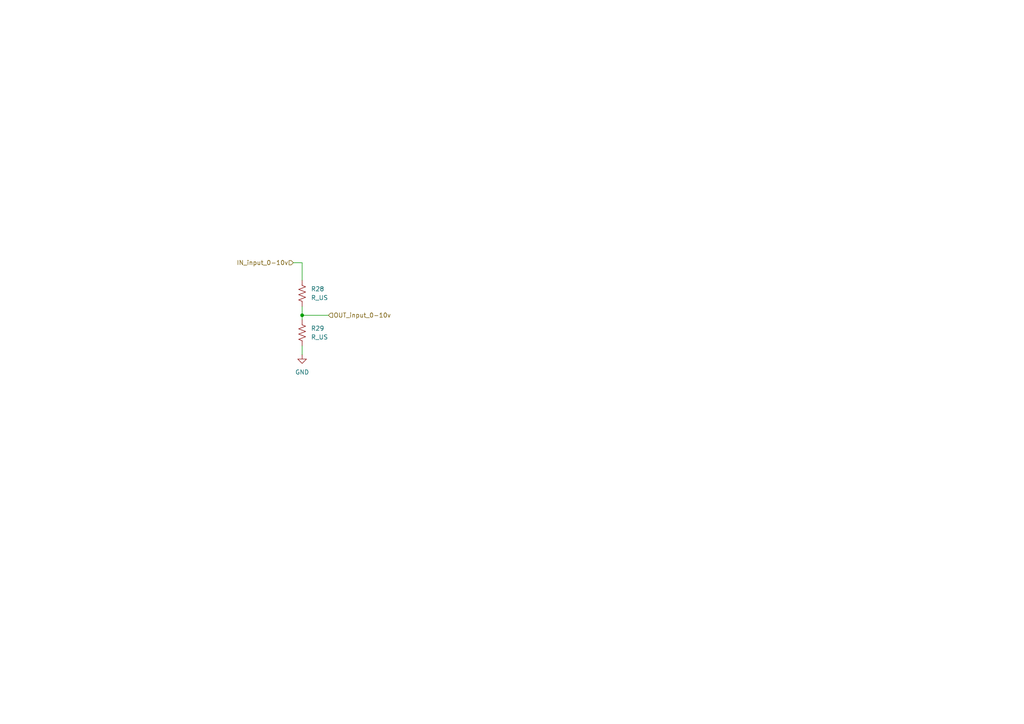
<source format=kicad_sch>
(kicad_sch
	(version 20250114)
	(generator "eeschema")
	(generator_version "9.0")
	(uuid "34748877-3ff2-4ddd-974b-23b8cd7f874d")
	(paper "A4")
	(lib_symbols
		(symbol "Device:R_US"
			(pin_numbers
				(hide yes)
			)
			(pin_names
				(offset 0)
			)
			(exclude_from_sim no)
			(in_bom yes)
			(on_board yes)
			(property "Reference" "R"
				(at 2.54 0 90)
				(effects
					(font
						(size 1.27 1.27)
					)
				)
			)
			(property "Value" "R_US"
				(at -2.54 0 90)
				(effects
					(font
						(size 1.27 1.27)
					)
				)
			)
			(property "Footprint" ""
				(at 1.016 -0.254 90)
				(effects
					(font
						(size 1.27 1.27)
					)
					(hide yes)
				)
			)
			(property "Datasheet" "~"
				(at 0 0 0)
				(effects
					(font
						(size 1.27 1.27)
					)
					(hide yes)
				)
			)
			(property "Description" "Resistor, US symbol"
				(at 0 0 0)
				(effects
					(font
						(size 1.27 1.27)
					)
					(hide yes)
				)
			)
			(property "ki_keywords" "R res resistor"
				(at 0 0 0)
				(effects
					(font
						(size 1.27 1.27)
					)
					(hide yes)
				)
			)
			(property "ki_fp_filters" "R_*"
				(at 0 0 0)
				(effects
					(font
						(size 1.27 1.27)
					)
					(hide yes)
				)
			)
			(symbol "R_US_0_1"
				(polyline
					(pts
						(xy 0 2.286) (xy 0 2.54)
					)
					(stroke
						(width 0)
						(type default)
					)
					(fill
						(type none)
					)
				)
				(polyline
					(pts
						(xy 0 2.286) (xy 1.016 1.905) (xy 0 1.524) (xy -1.016 1.143) (xy 0 0.762)
					)
					(stroke
						(width 0)
						(type default)
					)
					(fill
						(type none)
					)
				)
				(polyline
					(pts
						(xy 0 0.762) (xy 1.016 0.381) (xy 0 0) (xy -1.016 -0.381) (xy 0 -0.762)
					)
					(stroke
						(width 0)
						(type default)
					)
					(fill
						(type none)
					)
				)
				(polyline
					(pts
						(xy 0 -0.762) (xy 1.016 -1.143) (xy 0 -1.524) (xy -1.016 -1.905) (xy 0 -2.286)
					)
					(stroke
						(width 0)
						(type default)
					)
					(fill
						(type none)
					)
				)
				(polyline
					(pts
						(xy 0 -2.286) (xy 0 -2.54)
					)
					(stroke
						(width 0)
						(type default)
					)
					(fill
						(type none)
					)
				)
			)
			(symbol "R_US_1_1"
				(pin passive line
					(at 0 3.81 270)
					(length 1.27)
					(name "~"
						(effects
							(font
								(size 1.27 1.27)
							)
						)
					)
					(number "1"
						(effects
							(font
								(size 1.27 1.27)
							)
						)
					)
				)
				(pin passive line
					(at 0 -3.81 90)
					(length 1.27)
					(name "~"
						(effects
							(font
								(size 1.27 1.27)
							)
						)
					)
					(number "2"
						(effects
							(font
								(size 1.27 1.27)
							)
						)
					)
				)
			)
			(embedded_fonts no)
		)
		(symbol "power:GND"
			(power)
			(pin_numbers
				(hide yes)
			)
			(pin_names
				(offset 0)
				(hide yes)
			)
			(exclude_from_sim no)
			(in_bom yes)
			(on_board yes)
			(property "Reference" "#PWR"
				(at 0 -6.35 0)
				(effects
					(font
						(size 1.27 1.27)
					)
					(hide yes)
				)
			)
			(property "Value" "GND"
				(at 0 -3.81 0)
				(effects
					(font
						(size 1.27 1.27)
					)
				)
			)
			(property "Footprint" ""
				(at 0 0 0)
				(effects
					(font
						(size 1.27 1.27)
					)
					(hide yes)
				)
			)
			(property "Datasheet" ""
				(at 0 0 0)
				(effects
					(font
						(size 1.27 1.27)
					)
					(hide yes)
				)
			)
			(property "Description" "Power symbol creates a global label with name \"GND\" , ground"
				(at 0 0 0)
				(effects
					(font
						(size 1.27 1.27)
					)
					(hide yes)
				)
			)
			(property "ki_keywords" "global power"
				(at 0 0 0)
				(effects
					(font
						(size 1.27 1.27)
					)
					(hide yes)
				)
			)
			(symbol "GND_0_1"
				(polyline
					(pts
						(xy 0 0) (xy 0 -1.27) (xy 1.27 -1.27) (xy 0 -2.54) (xy -1.27 -1.27) (xy 0 -1.27)
					)
					(stroke
						(width 0)
						(type default)
					)
					(fill
						(type none)
					)
				)
			)
			(symbol "GND_1_1"
				(pin power_in line
					(at 0 0 270)
					(length 0)
					(name "~"
						(effects
							(font
								(size 1.27 1.27)
							)
						)
					)
					(number "1"
						(effects
							(font
								(size 1.27 1.27)
							)
						)
					)
				)
			)
			(embedded_fonts no)
		)
	)
	(junction
		(at 87.63 91.44)
		(diameter 0)
		(color 0 0 0 0)
		(uuid "f24c306a-fc47-45db-8ca4-33a4cca5c7a6")
	)
	(wire
		(pts
			(xy 87.63 88.9) (xy 87.63 91.44)
		)
		(stroke
			(width 0)
			(type default)
		)
		(uuid "0cafbff5-7e4c-4b65-87ca-b01aea3f298b")
	)
	(wire
		(pts
			(xy 87.63 76.2) (xy 85.09 76.2)
		)
		(stroke
			(width 0)
			(type default)
		)
		(uuid "50fae91b-e91d-4b3b-87e4-fa71892ceed6")
	)
	(wire
		(pts
			(xy 87.63 91.44) (xy 95.25 91.44)
		)
		(stroke
			(width 0)
			(type default)
		)
		(uuid "88b9016f-6415-4f1f-a55b-9d1d91c49097")
	)
	(wire
		(pts
			(xy 87.63 81.28) (xy 87.63 76.2)
		)
		(stroke
			(width 0)
			(type default)
		)
		(uuid "8a2dacb7-c4dd-4515-85fd-8283e5cb6b31")
	)
	(wire
		(pts
			(xy 87.63 100.33) (xy 87.63 102.87)
		)
		(stroke
			(width 0)
			(type default)
		)
		(uuid "8ca922c9-287e-4bb6-b7eb-90ea36722a31")
	)
	(wire
		(pts
			(xy 87.63 91.44) (xy 87.63 92.71)
		)
		(stroke
			(width 0)
			(type default)
		)
		(uuid "e4ecdd71-c266-4ea9-939e-049fd9837bc4")
	)
	(hierarchical_label "IN_input_0-10v"
		(shape input)
		(at 85.09 76.2 180)
		(effects
			(font
				(size 1.27 1.27)
			)
			(justify right)
		)
		(uuid "10b17985-1765-48a6-a223-0e8d940b18f2")
	)
	(hierarchical_label "OUT_input_0-10v"
		(shape input)
		(at 95.25 91.44 0)
		(effects
			(font
				(size 1.27 1.27)
			)
			(justify left)
		)
		(uuid "e0c7a4f3-f6d0-4051-983e-d9105e99ee68")
	)
	(symbol
		(lib_id "power:GND")
		(at 87.63 102.87 0)
		(unit 1)
		(exclude_from_sim no)
		(in_bom yes)
		(on_board yes)
		(dnp no)
		(fields_autoplaced yes)
		(uuid "64954810-028c-4f30-aa72-10b5bf41a1ab")
		(property "Reference" "#PWR054"
			(at 87.63 109.22 0)
			(effects
				(font
					(size 1.27 1.27)
				)
				(hide yes)
			)
		)
		(property "Value" "GND"
			(at 87.63 107.95 0)
			(effects
				(font
					(size 1.27 1.27)
				)
			)
		)
		(property "Footprint" ""
			(at 87.63 102.87 0)
			(effects
				(font
					(size 1.27 1.27)
				)
				(hide yes)
			)
		)
		(property "Datasheet" ""
			(at 87.63 102.87 0)
			(effects
				(font
					(size 1.27 1.27)
				)
				(hide yes)
			)
		)
		(property "Description" "Power symbol creates a global label with name \"GND\" , ground"
			(at 87.63 102.87 0)
			(effects
				(font
					(size 1.27 1.27)
				)
				(hide yes)
			)
		)
		(pin "1"
			(uuid "17d6b89a-5483-404c-8f27-e6780be2431b")
		)
		(instances
			(project "ZorionX-Nivara"
				(path "/ae5c9891-8291-492e-8a61-8ac340267b67/d47eca49-96e4-4138-8979-47bb60019f67/d0b0971b-19f7-4b64-b389-e70177c14f16"
					(reference "#PWR054")
					(unit 1)
				)
			)
		)
	)
	(symbol
		(lib_id "Device:R_US")
		(at 87.63 96.52 0)
		(unit 1)
		(exclude_from_sim no)
		(in_bom yes)
		(on_board yes)
		(dnp no)
		(fields_autoplaced yes)
		(uuid "8f9e832a-79a5-4b51-ad3e-e575850d419b")
		(property "Reference" "R29"
			(at 90.17 95.2499 0)
			(effects
				(font
					(size 1.27 1.27)
				)
				(justify left)
			)
		)
		(property "Value" "R_US"
			(at 90.17 97.7899 0)
			(effects
				(font
					(size 1.27 1.27)
				)
				(justify left)
			)
		)
		(property "Footprint" "Resistor_SMD:R_0603_1608Metric"
			(at 88.646 96.774 90)
			(effects
				(font
					(size 1.27 1.27)
				)
				(hide yes)
			)
		)
		(property "Datasheet" "~"
			(at 87.63 96.52 0)
			(effects
				(font
					(size 1.27 1.27)
				)
				(hide yes)
			)
		)
		(property "Description" "Resistor, US symbol"
			(at 87.63 96.52 0)
			(effects
				(font
					(size 1.27 1.27)
				)
				(hide yes)
			)
		)
		(pin "1"
			(uuid "c9f7b706-c3a5-4231-a966-b3cce2cc7742")
		)
		(pin "2"
			(uuid "312456fa-4934-4dca-8e03-4f90bcfcaeab")
		)
		(instances
			(project "ZorionX-Nivara"
				(path "/ae5c9891-8291-492e-8a61-8ac340267b67/d47eca49-96e4-4138-8979-47bb60019f67/d0b0971b-19f7-4b64-b389-e70177c14f16"
					(reference "R29")
					(unit 1)
				)
			)
		)
	)
	(symbol
		(lib_id "Device:R_US")
		(at 87.63 85.09 0)
		(unit 1)
		(exclude_from_sim no)
		(in_bom yes)
		(on_board yes)
		(dnp no)
		(fields_autoplaced yes)
		(uuid "9c33ae32-da5a-492a-91e2-4c2c7bc9341d")
		(property "Reference" "R28"
			(at 90.17 83.8199 0)
			(effects
				(font
					(size 1.27 1.27)
				)
				(justify left)
			)
		)
		(property "Value" "R_US"
			(at 90.17 86.3599 0)
			(effects
				(font
					(size 1.27 1.27)
				)
				(justify left)
			)
		)
		(property "Footprint" "Resistor_SMD:R_0603_1608Metric"
			(at 88.646 85.344 90)
			(effects
				(font
					(size 1.27 1.27)
				)
				(hide yes)
			)
		)
		(property "Datasheet" "~"
			(at 87.63 85.09 0)
			(effects
				(font
					(size 1.27 1.27)
				)
				(hide yes)
			)
		)
		(property "Description" "Resistor, US symbol"
			(at 87.63 85.09 0)
			(effects
				(font
					(size 1.27 1.27)
				)
				(hide yes)
			)
		)
		(pin "1"
			(uuid "2fe21059-d8b0-4429-9f83-8d94faed652d")
		)
		(pin "2"
			(uuid "5aa81502-6b74-4221-bb79-b6c91f904fa4")
		)
		(instances
			(project "ZorionX-Nivara"
				(path "/ae5c9891-8291-492e-8a61-8ac340267b67/d47eca49-96e4-4138-8979-47bb60019f67/d0b0971b-19f7-4b64-b389-e70177c14f16"
					(reference "R28")
					(unit 1)
				)
			)
		)
	)
)

</source>
